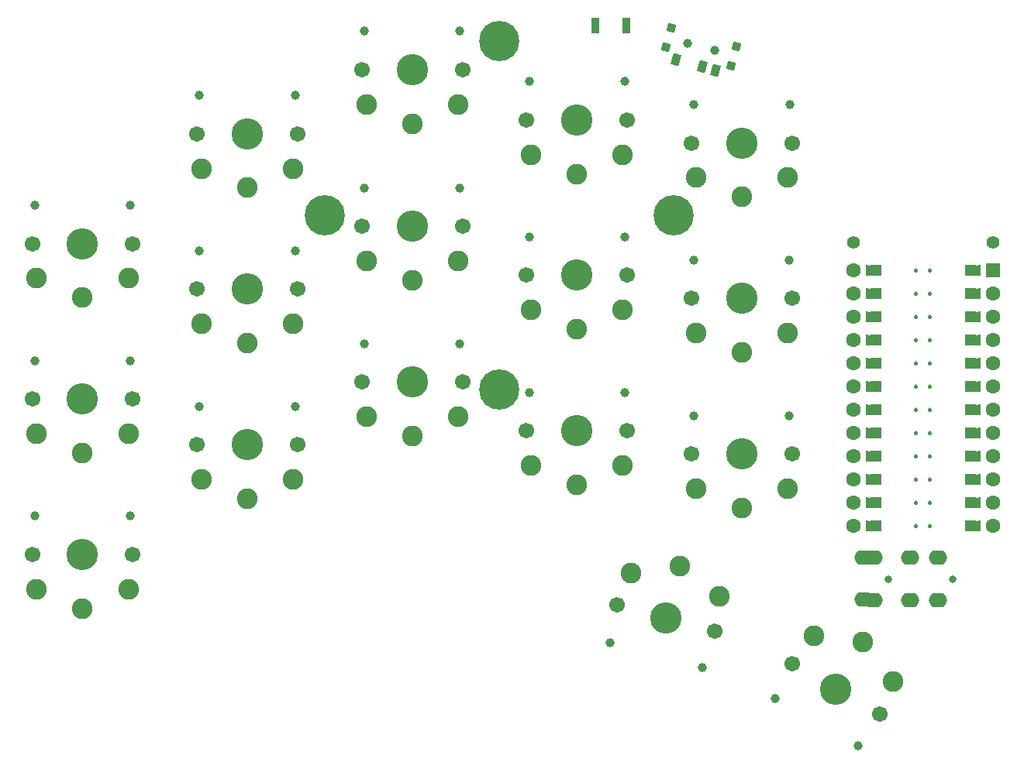
<source format=gbs>
G04 #@! TF.GenerationSoftware,KiCad,Pcbnew,8.0.5*
G04 #@! TF.CreationDate,2024-09-27T20:56:44+02:00*
G04 #@! TF.ProjectId,half-swept,68616c66-2d73-4776-9570-742e6b696361,rev?*
G04 #@! TF.SameCoordinates,Original*
G04 #@! TF.FileFunction,Soldermask,Bot*
G04 #@! TF.FilePolarity,Negative*
%FSLAX46Y46*%
G04 Gerber Fmt 4.6, Leading zero omitted, Abs format (unit mm)*
G04 Created by KiCad (PCBNEW 8.0.5) date 2024-09-27 20:56:44*
%MOMM*%
%LPD*%
G01*
G04 APERTURE LIST*
G04 Aperture macros list*
%AMRotRect*
0 Rectangle, with rotation*
0 The origin of the aperture is its center*
0 $1 length*
0 $2 width*
0 $3 Rotation angle, in degrees counterclockwise*
0 Add horizontal line*
21,1,$1,$2,0,0,$3*%
%AMFreePoly0*
4,1,6,0.600000,0.200000,0.000000,-0.400000,-0.600000,0.200000,-0.600000,0.400000,0.600000,0.400000,0.600000,0.200000,0.600000,0.200000,$1*%
%AMFreePoly1*
4,1,6,0.600000,-0.250000,-0.600000,-0.250000,-0.600000,1.000000,0.000000,0.400000,0.600000,1.000000,0.600000,-0.250000,0.600000,-0.250000,$1*%
G04 Aperture macros list end*
%ADD10C,0.250000*%
%ADD11C,0.100000*%
%ADD12C,1.397000*%
%ADD13C,0.800000*%
%ADD14O,2.000000X1.600000*%
%ADD15C,1.701800*%
%ADD16C,0.990600*%
%ADD17C,3.429000*%
%ADD18C,2.262000*%
%ADD19C,1.600000*%
%ADD20R,1.600000X1.600000*%
%ADD21FreePoly0,270.000000*%
%ADD22FreePoly0,90.000000*%
%ADD23FreePoly1,270.000000*%
%ADD24FreePoly1,90.000000*%
%ADD25C,4.400000*%
%ADD26C,1.000000*%
%ADD27RotRect,0.900000X0.900000X344.500000*%
%ADD28RotRect,0.900000X1.250000X344.500000*%
%ADD29R,0.900000X1.700000*%
G04 APERTURE END LIST*
D10*
X118235000Y-49022000D02*
G75*
G02*
X117985000Y-49022000I-125000J0D01*
G01*
X117985000Y-49022000D02*
G75*
G02*
X118235000Y-49022000I125000J0D01*
G01*
X118235000Y-51562000D02*
G75*
G02*
X117985000Y-51562000I-125000J0D01*
G01*
X117985000Y-51562000D02*
G75*
G02*
X118235000Y-51562000I125000J0D01*
G01*
X118235000Y-54102000D02*
G75*
G02*
X117985000Y-54102000I-125000J0D01*
G01*
X117985000Y-54102000D02*
G75*
G02*
X118235000Y-54102000I125000J0D01*
G01*
X118235000Y-56642000D02*
G75*
G02*
X117985000Y-56642000I-125000J0D01*
G01*
X117985000Y-56642000D02*
G75*
G02*
X118235000Y-56642000I125000J0D01*
G01*
X118235000Y-59182000D02*
G75*
G02*
X117985000Y-59182000I-125000J0D01*
G01*
X117985000Y-59182000D02*
G75*
G02*
X118235000Y-59182000I125000J0D01*
G01*
X118235000Y-61722000D02*
G75*
G02*
X117985000Y-61722000I-125000J0D01*
G01*
X117985000Y-61722000D02*
G75*
G02*
X118235000Y-61722000I125000J0D01*
G01*
X118235000Y-64262000D02*
G75*
G02*
X117985000Y-64262000I-125000J0D01*
G01*
X117985000Y-64262000D02*
G75*
G02*
X118235000Y-64262000I125000J0D01*
G01*
X118235000Y-66802000D02*
G75*
G02*
X117985000Y-66802000I-125000J0D01*
G01*
X117985000Y-66802000D02*
G75*
G02*
X118235000Y-66802000I125000J0D01*
G01*
X118235000Y-69342000D02*
G75*
G02*
X117985000Y-69342000I-125000J0D01*
G01*
X117985000Y-69342000D02*
G75*
G02*
X118235000Y-69342000I125000J0D01*
G01*
X118235000Y-71882000D02*
G75*
G02*
X117985000Y-71882000I-125000J0D01*
G01*
X117985000Y-71882000D02*
G75*
G02*
X118235000Y-71882000I125000J0D01*
G01*
X118235000Y-74422000D02*
G75*
G02*
X117985000Y-74422000I-125000J0D01*
G01*
X117985000Y-74422000D02*
G75*
G02*
X118235000Y-74422000I125000J0D01*
G01*
X118235000Y-76962000D02*
G75*
G02*
X117985000Y-76962000I-125000J0D01*
G01*
X117985000Y-76962000D02*
G75*
G02*
X118235000Y-76962000I125000J0D01*
G01*
X119759000Y-49022000D02*
G75*
G02*
X119509000Y-49022000I-125000J0D01*
G01*
X119509000Y-49022000D02*
G75*
G02*
X119759000Y-49022000I125000J0D01*
G01*
X119759000Y-51562000D02*
G75*
G02*
X119509000Y-51562000I-125000J0D01*
G01*
X119509000Y-51562000D02*
G75*
G02*
X119759000Y-51562000I125000J0D01*
G01*
X119759000Y-54102000D02*
G75*
G02*
X119509000Y-54102000I-125000J0D01*
G01*
X119509000Y-54102000D02*
G75*
G02*
X119759000Y-54102000I125000J0D01*
G01*
X119759000Y-56642000D02*
G75*
G02*
X119509000Y-56642000I-125000J0D01*
G01*
X119509000Y-56642000D02*
G75*
G02*
X119759000Y-56642000I125000J0D01*
G01*
X119759000Y-59182000D02*
G75*
G02*
X119509000Y-59182000I-125000J0D01*
G01*
X119509000Y-59182000D02*
G75*
G02*
X119759000Y-59182000I125000J0D01*
G01*
X119759000Y-61722000D02*
G75*
G02*
X119509000Y-61722000I-125000J0D01*
G01*
X119509000Y-61722000D02*
G75*
G02*
X119759000Y-61722000I125000J0D01*
G01*
X119759000Y-64262000D02*
G75*
G02*
X119509000Y-64262000I-125000J0D01*
G01*
X119509000Y-64262000D02*
G75*
G02*
X119759000Y-64262000I125000J0D01*
G01*
X119759000Y-66802000D02*
G75*
G02*
X119509000Y-66802000I-125000J0D01*
G01*
X119509000Y-66802000D02*
G75*
G02*
X119759000Y-66802000I125000J0D01*
G01*
X119759000Y-69342000D02*
G75*
G02*
X119509000Y-69342000I-125000J0D01*
G01*
X119509000Y-69342000D02*
G75*
G02*
X119759000Y-69342000I125000J0D01*
G01*
X119759000Y-71882000D02*
G75*
G02*
X119509000Y-71882000I-125000J0D01*
G01*
X119509000Y-71882000D02*
G75*
G02*
X119759000Y-71882000I125000J0D01*
G01*
X119759000Y-74422000D02*
G75*
G02*
X119509000Y-74422000I-125000J0D01*
G01*
X119509000Y-74422000D02*
G75*
G02*
X119759000Y-74422000I125000J0D01*
G01*
X119759000Y-76962000D02*
G75*
G02*
X119509000Y-76962000I-125000J0D01*
G01*
X119509000Y-76962000D02*
G75*
G02*
X119759000Y-76962000I125000J0D01*
G01*
D11*
X113792000Y-49530000D02*
X112776000Y-49530000D01*
X112776000Y-48514000D01*
X113792000Y-48514000D01*
X113792000Y-49530000D01*
G36*
X113792000Y-49530000D02*
G01*
X112776000Y-49530000D01*
X112776000Y-48514000D01*
X113792000Y-48514000D01*
X113792000Y-49530000D01*
G37*
X113792000Y-52070000D02*
X112776000Y-52070000D01*
X112776000Y-51054000D01*
X113792000Y-51054000D01*
X113792000Y-52070000D01*
G36*
X113792000Y-52070000D02*
G01*
X112776000Y-52070000D01*
X112776000Y-51054000D01*
X113792000Y-51054000D01*
X113792000Y-52070000D01*
G37*
X113792000Y-54610000D02*
X112776000Y-54610000D01*
X112776000Y-53594000D01*
X113792000Y-53594000D01*
X113792000Y-54610000D01*
G36*
X113792000Y-54610000D02*
G01*
X112776000Y-54610000D01*
X112776000Y-53594000D01*
X113792000Y-53594000D01*
X113792000Y-54610000D01*
G37*
X113792000Y-57150000D02*
X112776000Y-57150000D01*
X112776000Y-56134000D01*
X113792000Y-56134000D01*
X113792000Y-57150000D01*
G36*
X113792000Y-57150000D02*
G01*
X112776000Y-57150000D01*
X112776000Y-56134000D01*
X113792000Y-56134000D01*
X113792000Y-57150000D01*
G37*
X113792000Y-59690000D02*
X112776000Y-59690000D01*
X112776000Y-58674000D01*
X113792000Y-58674000D01*
X113792000Y-59690000D01*
G36*
X113792000Y-59690000D02*
G01*
X112776000Y-59690000D01*
X112776000Y-58674000D01*
X113792000Y-58674000D01*
X113792000Y-59690000D01*
G37*
X113792000Y-62230000D02*
X112776000Y-62230000D01*
X112776000Y-61214000D01*
X113792000Y-61214000D01*
X113792000Y-62230000D01*
G36*
X113792000Y-62230000D02*
G01*
X112776000Y-62230000D01*
X112776000Y-61214000D01*
X113792000Y-61214000D01*
X113792000Y-62230000D01*
G37*
X113792000Y-64770000D02*
X112776000Y-64770000D01*
X112776000Y-63754000D01*
X113792000Y-63754000D01*
X113792000Y-64770000D01*
G36*
X113792000Y-64770000D02*
G01*
X112776000Y-64770000D01*
X112776000Y-63754000D01*
X113792000Y-63754000D01*
X113792000Y-64770000D01*
G37*
X113792000Y-67310000D02*
X112776000Y-67310000D01*
X112776000Y-66294000D01*
X113792000Y-66294000D01*
X113792000Y-67310000D01*
G36*
X113792000Y-67310000D02*
G01*
X112776000Y-67310000D01*
X112776000Y-66294000D01*
X113792000Y-66294000D01*
X113792000Y-67310000D01*
G37*
X113792000Y-69850000D02*
X112776000Y-69850000D01*
X112776000Y-68834000D01*
X113792000Y-68834000D01*
X113792000Y-69850000D01*
G36*
X113792000Y-69850000D02*
G01*
X112776000Y-69850000D01*
X112776000Y-68834000D01*
X113792000Y-68834000D01*
X113792000Y-69850000D01*
G37*
X113792000Y-72390000D02*
X112776000Y-72390000D01*
X112776000Y-71374000D01*
X113792000Y-71374000D01*
X113792000Y-72390000D01*
G36*
X113792000Y-72390000D02*
G01*
X112776000Y-72390000D01*
X112776000Y-71374000D01*
X113792000Y-71374000D01*
X113792000Y-72390000D01*
G37*
X113792000Y-74930000D02*
X112776000Y-74930000D01*
X112776000Y-73914000D01*
X113792000Y-73914000D01*
X113792000Y-74930000D01*
G36*
X113792000Y-74930000D02*
G01*
X112776000Y-74930000D01*
X112776000Y-73914000D01*
X113792000Y-73914000D01*
X113792000Y-74930000D01*
G37*
X113792000Y-77470000D02*
X112776000Y-77470000D01*
X112776000Y-76454000D01*
X113792000Y-76454000D01*
X113792000Y-77470000D01*
G36*
X113792000Y-77470000D02*
G01*
X112776000Y-77470000D01*
X112776000Y-76454000D01*
X113792000Y-76454000D01*
X113792000Y-77470000D01*
G37*
X124968000Y-49530000D02*
X123952000Y-49530000D01*
X123952000Y-48514000D01*
X124968000Y-48514000D01*
X124968000Y-49530000D01*
G36*
X124968000Y-49530000D02*
G01*
X123952000Y-49530000D01*
X123952000Y-48514000D01*
X124968000Y-48514000D01*
X124968000Y-49530000D01*
G37*
X124968000Y-52070000D02*
X123952000Y-52070000D01*
X123952000Y-51054000D01*
X124968000Y-51054000D01*
X124968000Y-52070000D01*
G36*
X124968000Y-52070000D02*
G01*
X123952000Y-52070000D01*
X123952000Y-51054000D01*
X124968000Y-51054000D01*
X124968000Y-52070000D01*
G37*
X124968000Y-54610000D02*
X123952000Y-54610000D01*
X123952000Y-53594000D01*
X124968000Y-53594000D01*
X124968000Y-54610000D01*
G36*
X124968000Y-54610000D02*
G01*
X123952000Y-54610000D01*
X123952000Y-53594000D01*
X124968000Y-53594000D01*
X124968000Y-54610000D01*
G37*
X124968000Y-57150000D02*
X123952000Y-57150000D01*
X123952000Y-56134000D01*
X124968000Y-56134000D01*
X124968000Y-57150000D01*
G36*
X124968000Y-57150000D02*
G01*
X123952000Y-57150000D01*
X123952000Y-56134000D01*
X124968000Y-56134000D01*
X124968000Y-57150000D01*
G37*
X124968000Y-59690000D02*
X123952000Y-59690000D01*
X123952000Y-58674000D01*
X124968000Y-58674000D01*
X124968000Y-59690000D01*
G36*
X124968000Y-59690000D02*
G01*
X123952000Y-59690000D01*
X123952000Y-58674000D01*
X124968000Y-58674000D01*
X124968000Y-59690000D01*
G37*
X124968000Y-62230000D02*
X123952000Y-62230000D01*
X123952000Y-61214000D01*
X124968000Y-61214000D01*
X124968000Y-62230000D01*
G36*
X124968000Y-62230000D02*
G01*
X123952000Y-62230000D01*
X123952000Y-61214000D01*
X124968000Y-61214000D01*
X124968000Y-62230000D01*
G37*
X124968000Y-64770000D02*
X123952000Y-64770000D01*
X123952000Y-63754000D01*
X124968000Y-63754000D01*
X124968000Y-64770000D01*
G36*
X124968000Y-64770000D02*
G01*
X123952000Y-64770000D01*
X123952000Y-63754000D01*
X124968000Y-63754000D01*
X124968000Y-64770000D01*
G37*
X124968000Y-67310000D02*
X123952000Y-67310000D01*
X123952000Y-66294000D01*
X124968000Y-66294000D01*
X124968000Y-67310000D01*
G36*
X124968000Y-67310000D02*
G01*
X123952000Y-67310000D01*
X123952000Y-66294000D01*
X124968000Y-66294000D01*
X124968000Y-67310000D01*
G37*
X124968000Y-69850000D02*
X123952000Y-69850000D01*
X123952000Y-68834000D01*
X124968000Y-68834000D01*
X124968000Y-69850000D01*
G36*
X124968000Y-69850000D02*
G01*
X123952000Y-69850000D01*
X123952000Y-68834000D01*
X124968000Y-68834000D01*
X124968000Y-69850000D01*
G37*
X124968000Y-72390000D02*
X123952000Y-72390000D01*
X123952000Y-71374000D01*
X124968000Y-71374000D01*
X124968000Y-72390000D01*
G36*
X124968000Y-72390000D02*
G01*
X123952000Y-72390000D01*
X123952000Y-71374000D01*
X124968000Y-71374000D01*
X124968000Y-72390000D01*
G37*
X124968000Y-74930000D02*
X123952000Y-74930000D01*
X123952000Y-73914000D01*
X124968000Y-73914000D01*
X124968000Y-74930000D01*
G36*
X124968000Y-74930000D02*
G01*
X123952000Y-74930000D01*
X123952000Y-73914000D01*
X124968000Y-73914000D01*
X124968000Y-74930000D01*
G37*
X124968000Y-77470000D02*
X123952000Y-77470000D01*
X123952000Y-76454000D01*
X124968000Y-76454000D01*
X124968000Y-77470000D01*
G36*
X124968000Y-77470000D02*
G01*
X123952000Y-77470000D01*
X123952000Y-76454000D01*
X124968000Y-76454000D01*
X124968000Y-77470000D01*
G37*
D12*
X126492000Y-45974000D03*
X111252000Y-45974000D03*
D13*
X122098000Y-82750000D03*
X115098000Y-82750000D03*
D14*
X117478000Y-80420000D03*
X117498000Y-85050000D03*
X120478000Y-80420000D03*
X120498000Y-85050000D03*
X112398000Y-80450000D03*
X112378000Y-85020000D03*
X113478000Y-80420000D03*
X113498000Y-85050000D03*
D15*
X21580000Y-46080000D03*
D16*
X21860000Y-41880000D03*
D17*
X27080000Y-46080000D03*
D16*
X32300000Y-41880000D03*
D15*
X32580000Y-46080000D03*
D18*
X27080000Y-51980000D03*
X22080000Y-49880000D03*
X32080000Y-49880000D03*
D15*
X39580000Y-34080000D03*
D16*
X39860000Y-29880000D03*
D17*
X45080000Y-34080000D03*
D16*
X50300000Y-29880000D03*
D15*
X50580000Y-34080000D03*
D18*
X45080000Y-39980000D03*
X40080000Y-37880000D03*
X50080000Y-37880000D03*
D15*
X57580000Y-27080000D03*
D16*
X57860000Y-22880000D03*
D17*
X63080000Y-27080000D03*
D16*
X68300000Y-22880000D03*
D15*
X68580000Y-27080000D03*
D18*
X63080000Y-32980000D03*
X58080000Y-30880000D03*
X68080000Y-30880000D03*
D15*
X75580000Y-32580000D03*
D16*
X75860000Y-28380000D03*
D17*
X81080000Y-32580000D03*
D16*
X86300000Y-28380000D03*
D15*
X86580000Y-32580000D03*
D18*
X81080000Y-38480000D03*
X76080000Y-36380000D03*
X86080000Y-36380000D03*
D15*
X93580000Y-35080000D03*
D16*
X93860000Y-30880000D03*
D17*
X99080000Y-35080000D03*
D16*
X104300000Y-30880000D03*
D15*
X104580000Y-35080000D03*
D18*
X99080000Y-40980000D03*
X94080000Y-38880000D03*
X104080000Y-38880000D03*
D15*
X21580000Y-63080000D03*
D16*
X21860000Y-58880000D03*
D17*
X27080000Y-63080000D03*
D16*
X32300000Y-58880000D03*
D15*
X32580000Y-63080000D03*
D18*
X27080000Y-68980000D03*
X22080000Y-66880000D03*
X32080000Y-66880000D03*
D15*
X39580000Y-51054000D03*
D16*
X39860000Y-46854000D03*
D17*
X45080000Y-51054000D03*
D16*
X50300000Y-46854000D03*
D15*
X50580000Y-51054000D03*
D18*
X45080000Y-56954000D03*
X40080000Y-54854000D03*
X50080000Y-54854000D03*
D15*
X57580000Y-44196000D03*
D16*
X57860000Y-39996000D03*
D17*
X63080000Y-44196000D03*
D16*
X68300000Y-39996000D03*
D15*
X68580000Y-44196000D03*
D18*
X63080000Y-50096000D03*
X58080000Y-47996000D03*
X68080000Y-47996000D03*
D15*
X75580000Y-49530000D03*
D16*
X75860000Y-45330000D03*
D17*
X81080000Y-49530000D03*
D16*
X86300000Y-45330000D03*
D15*
X86580000Y-49530000D03*
D18*
X81080000Y-55430000D03*
X76080000Y-53330000D03*
X86080000Y-53330000D03*
D15*
X93560000Y-52070000D03*
D16*
X93840000Y-47870000D03*
D17*
X99060000Y-52070000D03*
D16*
X104280000Y-47870000D03*
D15*
X104560000Y-52070000D03*
D18*
X99060000Y-57970000D03*
X94060000Y-55870000D03*
X104060000Y-55870000D03*
D15*
X21580000Y-80080000D03*
D16*
X21860000Y-75880000D03*
D17*
X27080000Y-80080000D03*
D16*
X32300000Y-75880000D03*
D15*
X32580000Y-80080000D03*
D18*
X27080000Y-85980000D03*
X22080000Y-83880000D03*
X32080000Y-83880000D03*
D15*
X39580000Y-68072000D03*
D16*
X39860000Y-63872000D03*
D17*
X45080000Y-68072000D03*
D16*
X50300000Y-63872000D03*
D15*
X50580000Y-68072000D03*
D18*
X45080000Y-73972000D03*
X40080000Y-71872000D03*
X50080000Y-71872000D03*
D15*
X57580000Y-61214000D03*
D16*
X57860000Y-57014000D03*
D17*
X63080000Y-61214000D03*
D16*
X68300000Y-57014000D03*
D15*
X68580000Y-61214000D03*
D18*
X63080000Y-67114000D03*
X58080000Y-65014000D03*
X68080000Y-65014000D03*
D15*
X75580000Y-66548000D03*
D16*
X75860000Y-62348000D03*
D17*
X81080000Y-66548000D03*
D16*
X86300000Y-62348000D03*
D15*
X86580000Y-66548000D03*
D18*
X81080000Y-72448000D03*
X76080000Y-70348000D03*
X86080000Y-70348000D03*
D15*
X93560000Y-69088000D03*
D16*
X93840000Y-64888000D03*
D17*
X99060000Y-69088000D03*
D16*
X104280000Y-64888000D03*
D15*
X104560000Y-69088000D03*
D18*
X99060000Y-74988000D03*
X94060000Y-72888000D03*
X104060000Y-72888000D03*
D15*
X114119140Y-97530000D03*
D16*
X111776653Y-101027307D03*
D17*
X109356000Y-94780000D03*
D16*
X102735347Y-95807307D03*
D15*
X104592860Y-92030000D03*
D18*
X112306000Y-89670450D03*
X115586127Y-93989103D03*
X106925873Y-88989103D03*
D15*
X96108592Y-88453505D03*
D16*
X94751093Y-92437924D03*
D17*
X90796000Y-87030000D03*
D16*
X84666827Y-89735853D03*
D15*
X85483408Y-85606495D03*
D18*
X92323032Y-81331038D03*
X96609142Y-84653577D03*
X86949883Y-82065387D03*
D19*
X126492000Y-49022000D03*
D20*
X126492000Y-49022000D03*
D21*
X124714000Y-49022000D03*
D22*
X113030000Y-49022000D03*
D19*
X111252000Y-49022000D03*
X126492000Y-51562000D03*
D21*
X124714000Y-51562000D03*
D22*
X113030000Y-51562000D03*
D19*
X111252000Y-51562000D03*
X126492000Y-54102000D03*
D21*
X124714000Y-54102000D03*
D22*
X113030000Y-54102000D03*
D19*
X111252000Y-54102000D03*
X126492000Y-56642000D03*
D21*
X124714000Y-56642000D03*
D22*
X113030000Y-56642000D03*
D19*
X111252000Y-56642000D03*
X126492000Y-59182000D03*
D21*
X124714000Y-59182000D03*
D22*
X113030000Y-59182000D03*
D19*
X111252000Y-59182000D03*
X126492000Y-61722000D03*
D21*
X124714000Y-61722000D03*
D22*
X113030000Y-61722000D03*
D19*
X111252000Y-61722000D03*
X126492000Y-64262000D03*
D21*
X124714000Y-64262000D03*
D22*
X113030000Y-64262000D03*
D19*
X111252000Y-64262000D03*
X126492000Y-66802000D03*
D21*
X124714000Y-66802000D03*
D22*
X113030000Y-66802000D03*
D19*
X111252000Y-66802000D03*
X126492000Y-69342000D03*
D21*
X124714000Y-69342000D03*
D22*
X113030000Y-69342000D03*
D19*
X111252000Y-69342000D03*
X126492000Y-71882000D03*
D21*
X124714000Y-71882000D03*
D22*
X113030000Y-71882000D03*
D19*
X111252000Y-71882000D03*
X126492000Y-74422000D03*
D21*
X124714000Y-74422000D03*
D22*
X113030000Y-74422000D03*
D19*
X111252000Y-74422000D03*
X126492000Y-76962000D03*
D21*
X124714000Y-76962000D03*
D22*
X113030000Y-76962000D03*
D19*
X111252000Y-76962000D03*
D23*
X123698000Y-49022000D03*
X123698000Y-51562000D03*
X123698000Y-54102000D03*
X123698000Y-56642000D03*
X123698000Y-59182000D03*
X123698000Y-61722000D03*
X123698000Y-64262000D03*
X123698000Y-66802000D03*
X123698000Y-69342000D03*
X123698000Y-71882000D03*
X123698000Y-74422000D03*
X123698000Y-76962000D03*
D24*
X114046000Y-76962000D03*
X114046000Y-74422000D03*
X114046000Y-71882000D03*
X114046000Y-69342000D03*
X114046000Y-66802000D03*
X114046000Y-64262000D03*
X114046000Y-61722000D03*
X114046000Y-59182000D03*
X114046000Y-56642000D03*
X114046000Y-54102000D03*
X114046000Y-51562000D03*
X114046000Y-49022000D03*
D25*
X53530000Y-42980000D03*
X72580000Y-23930000D03*
X72580000Y-62030000D03*
X91630000Y-42980000D03*
D26*
X93194954Y-24169715D03*
X96085846Y-24971431D03*
D27*
X90781005Y-24641785D03*
X91368931Y-22521798D03*
X97911869Y-26619348D03*
X98499795Y-24499361D03*
D28*
X91917712Y-25968820D03*
X94808603Y-26770534D03*
X96254049Y-27171393D03*
D29*
X86485200Y-22250400D03*
X83085200Y-22250400D03*
M02*

</source>
